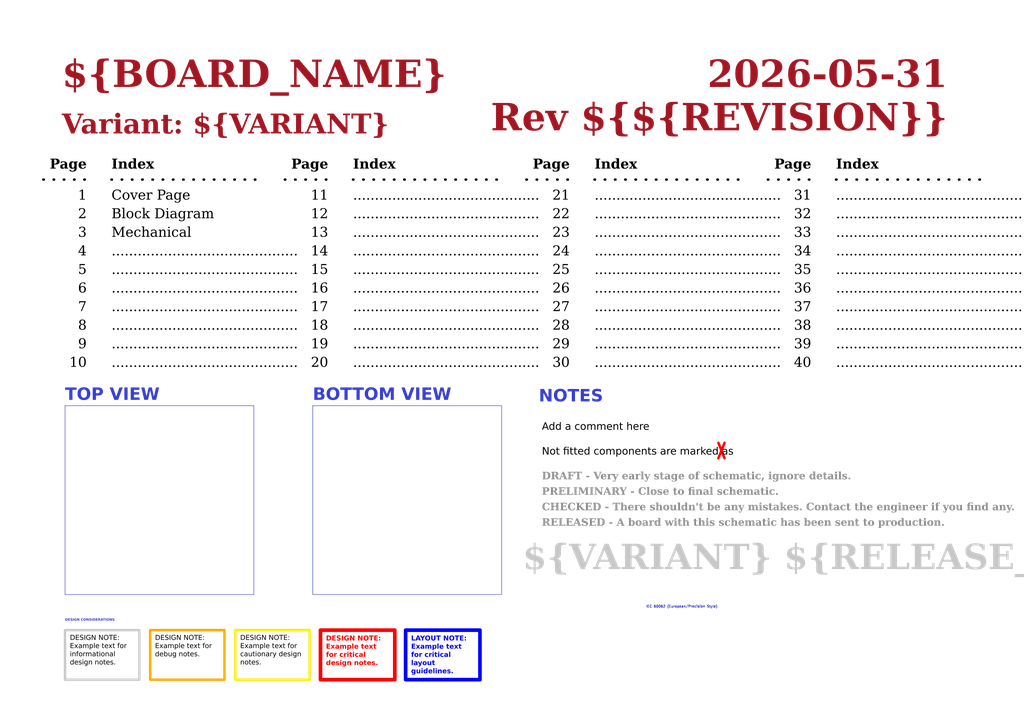
<source format=kicad_sch>
(kicad_sch
	(version 20250114)
	(generator "eeschema")
	(generator_version "9.0")
	(uuid "0650c7a8-acba-429c-9f8e-eec0baf0bc1c")
	(paper "A3")
	(title_block
		(title "Block Diagram")
		(date "Last Modified Date")
		(rev "${REVISION}")
		(company "${COMPANY}")
	)
	(lib_symbols)
	(text "9"
		(exclude_from_sim no)
		(at 35.56 144.78 0)
		(effects
			(font
				(face "Times New Roman")
				(size 4 4)
				(color 0 0 0 1)
			)
			(justify right bottom)
			(href "#9")
		)
		(uuid "0171ecc8-df6f-418e-95ea-db73cf975716")
	)
	(text "BOTTOM VIEW"
		(exclude_from_sim no)
		(at 128.27 166.37 0)
		(effects
			(font
				(face "Arial")
				(size 5 5)
				(bold yes)
				(color 53 60 207 1)
			)
			(justify left bottom)
		)
		(uuid "041ff709-0f5e-466e-adab-d03afffd90b7")
	)
	(text "..........................................."
		(exclude_from_sim no)
		(at 243.84 99.06 0)
		(effects
			(font
				(face "Times New Roman")
				(size 4 4)
				(color 0 0 0 1)
			)
			(justify left bottom)
			(href "#23")
		)
		(uuid "0647f622-b644-4538-802a-42edf8cdccc5")
	)
	(text "13"
		(exclude_from_sim no)
		(at 134.62 99.06 0)
		(effects
			(font
				(face "Times New Roman")
				(size 4 4)
				(color 0 0 0 1)
			)
			(justify right bottom)
			(href "#13")
		)
		(uuid "09a9f005-609a-4854-9ba5-f5a5e7b8d7c7")
	)
	(text "RELEASED - A board with this schematic has been sent to production."
		(exclude_from_sim no)
		(at 222.25 217.17 0)
		(effects
			(font
				(face "Times New Roman")
				(size 3 3)
				(thickness 0.6)
				(bold yes)
				(color 140 140 140 1)
			)
			(justify left bottom)
		)
		(uuid "10cbc67f-d688-44d7-9e2b-bee41b99ad5c")
	)
	(text "IEC 60062 (European/Precision Style)"
		(exclude_from_sim no)
		(at 279.654 248.92 0)
		(effects
			(font
				(size 1 1)
			)
		)
		(uuid "188abd04-eb05-463d-a402-ef7d735226ff")
	)
	(text "Page"
		(exclude_from_sim no)
		(at 332.74 71.12 0)
		(effects
			(font
				(face "Times New Roman")
				(size 4 4)
				(bold yes)
				(color 0 0 0 1)
			)
			(justify right bottom)
		)
		(uuid "1b60c0cc-bf04-4615-8796-1ecc890b346a")
	)
	(text "TOP VIEW"
		(exclude_from_sim no)
		(at 26.67 166.37 0)
		(effects
			(font
				(face "Arial")
				(size 5 5)
				(bold yes)
				(color 53 60 207 1)
			)
			(justify left bottom)
		)
		(uuid "1c033b5c-f50d-4e0f-94c4-59e72fb244de")
	)
	(text "3"
		(exclude_from_sim no)
		(at 35.56 99.06 0)
		(effects
			(font
				(face "Times New Roman")
				(size 4 4)
				(color 0 0 0 1)
			)
			(justify right bottom)
			(href "#3")
		)
		(uuid "1dd16a1b-b3b8-42a1-b678-3a7b261e7284")
	)
	(text "38"
		(exclude_from_sim no)
		(at 332.74 137.16 0)
		(effects
			(font
				(face "Times New Roman")
				(size 4 4)
				(color 0 0 0 1)
			)
			(justify right bottom)
			(href "#38")
		)
		(uuid "2d20025d-61e4-451d-b51e-153fedc44d68")
	)
	(text "..........................................."
		(exclude_from_sim no)
		(at 45.72 152.4 0)
		(effects
			(font
				(face "Times New Roman")
				(size 4 4)
				(color 0 0 0 1)
			)
			(justify left bottom)
			(href "#10")
		)
		(uuid "2df49b6e-980f-4a01-ab23-c61ed27bd1b8")
	)
	(text "..........................................."
		(exclude_from_sim no)
		(at 45.72 144.78 0)
		(effects
			(font
				(face "Times New Roman")
				(size 4 4)
				(color 0 0 0 1)
			)
			(justify left bottom)
			(href "#9")
		)
		(uuid "319dfe95-cf7d-4b95-aa65-2f948d7bd6bc")
	)
	(text "..........................................."
		(exclude_from_sim no)
		(at 45.72 137.16 0)
		(effects
			(font
				(face "Times New Roman")
				(size 4 4)
				(color 0 0 0 1)
			)
			(justify left bottom)
			(href "#8")
		)
		(uuid "339f13bd-0896-43a1-925e-733e36e395bd")
	)
	(text "..........................................."
		(exclude_from_sim no)
		(at 144.78 121.92 0)
		(effects
			(font
				(face "Times New Roman")
				(size 4 4)
				(color 0 0 0 1)
			)
			(justify left bottom)
			(href "#16")
		)
		(uuid "34c28277-d6a5-4104-8740-b78485a8ff4c")
	)
	(text "1"
		(exclude_from_sim no)
		(at 35.56 83.82 0)
		(effects
			(font
				(face "Times New Roman")
				(size 4 4)
				(color 0 0 0 1)
			)
			(justify right bottom)
			(href "#1")
		)
		(uuid "3691ab49-6c05-4886-869a-12221f52fdee")
	)
	(text "Not fitted components are marked as"
		(exclude_from_sim no)
		(at 222.25 187.96 0)
		(effects
			(font
				(face "Arial")
				(size 3 3)
				(color 0 0 0 1)
			)
			(justify left bottom)
		)
		(uuid "3e121d9b-11e9-4895-9779-ade93d5b2a88")
	)
	(text "..........................................."
		(exclude_from_sim no)
		(at 243.84 152.4 0)
		(effects
			(font
				(face "Times New Roman")
				(size 4 4)
				(color 0 0 0 1)
			)
			(justify left bottom)
			(href "#30")
		)
		(uuid "41bb0f90-1135-4d50-9d44-9fb04444ecf6")
	)
	(text "Index"
		(exclude_from_sim no)
		(at 45.72 71.12 0)
		(effects
			(font
				(face "Times New Roman")
				(size 4 4)
				(bold yes)
				(color 0 0 0 1)
			)
			(justify left bottom)
		)
		(uuid "44841f0e-187c-41b9-a570-9f74973319c9")
	)
	(text "..........................................."
		(exclude_from_sim no)
		(at 144.78 99.06 0)
		(effects
			(font
				(face "Times New Roman")
				(size 4 4)
				(color 0 0 0 1)
			)
			(justify left bottom)
			(href "#13")
		)
		(uuid "461ef4aa-5f24-4935-a427-92bbc78a05f3")
	)
	(text "Index"
		(exclude_from_sim no)
		(at 144.78 71.12 0)
		(effects
			(font
				(face "Times New Roman")
				(size 4 4)
				(bold yes)
				(color 0 0 0 1)
			)
			(justify left bottom)
		)
		(uuid "4773b195-e777-483d-bd5a-5b18be14b485")
	)
	(text "27"
		(exclude_from_sim no)
		(at 233.68 129.54 0)
		(effects
			(font
				(face "Times New Roman")
				(size 4 4)
				(color 0 0 0 1)
			)
			(justify right bottom)
			(href "#27")
		)
		(uuid "47e5ef3a-a936-4417-8e04-a70df1a04676")
	)
	(text "15"
		(exclude_from_sim no)
		(at 134.62 114.3 0)
		(effects
			(font
				(face "Times New Roman")
				(size 4 4)
				(color 0 0 0 1)
			)
			(justify right bottom)
			(href "#15")
		)
		(uuid "48cae9b2-9935-4ee2-a962-685c04325434")
	)
	(text "6"
		(exclude_from_sim no)
		(at 35.56 121.92 0)
		(effects
			(font
				(face "Times New Roman")
				(size 4 4)
				(color 0 0 0 1)
			)
			(justify right bottom)
			(href "#6")
		)
		(uuid "4aa9b67c-c657-48d1-abb0-497faf20008a")
	)
	(text "PRELIMINARY - Close to final schematic."
		(exclude_from_sim no)
		(at 222.25 204.47 0)
		(effects
			(font
				(face "Times New Roman")
				(size 3 3)
				(thickness 0.6)
				(bold yes)
				(color 140 140 140 1)
			)
			(justify left bottom)
		)
		(uuid "4b75d6be-e2b4-4862-a5fd-f3239bff6734")
	)
	(text "24"
		(exclude_from_sim no)
		(at 233.68 106.68 0)
		(effects
			(font
				(face "Times New Roman")
				(size 4 4)
				(color 0 0 0 1)
			)
			(justify right bottom)
			(href "#24")
		)
		(uuid "4d10b8f7-ee9d-4539-987e-2871a213b2d6")
	)
	(text "${VARIANT} ${RELEASE_DATE}"
		(exclude_from_sim no)
		(at 214.376 237.998 0)
		(effects
			(font
				(face "Times New Roman")
				(size 10.16 10.16)
				(thickness 0.6)
				(bold yes)
				(color 200 200 200 1)
			)
			(justify left bottom)
		)
		(uuid "4f144e11-d681-45f3-b92d-dea6c28023e4")
	)
	(text "Page"
		(exclude_from_sim no)
		(at 35.56 71.12 0)
		(effects
			(font
				(face "Times New Roman")
				(size 4 4)
				(bold yes)
				(color 0 0 0 1)
			)
			(justify right bottom)
		)
		(uuid "5216de6a-28ab-4e49-a422-9fd32d8fed67")
	)
	(text "..........................................."
		(exclude_from_sim no)
		(at 45.72 106.68 0)
		(effects
			(font
				(face "Times New Roman")
				(size 4 4)
				(color 0 0 0 1)
			)
			(justify left bottom)
			(href "#4")
		)
		(uuid "547bb3ec-bec4-4b68-a38e-2ac56be29bd3")
	)
	(text "..........................................."
		(exclude_from_sim no)
		(at 243.84 129.54 0)
		(effects
			(font
				(face "Times New Roman")
				(size 4 4)
				(color 0 0 0 1)
			)
			(justify left bottom)
			(href "#27")
		)
		(uuid "598c6218-39d7-40a8-878a-842531c6a754")
	)
	(text "8"
		(exclude_from_sim no)
		(at 35.56 137.16 0)
		(effects
			(font
				(face "Times New Roman")
				(size 4 4)
				(color 0 0 0 1)
			)
			(justify right bottom)
			(href "#8")
		)
		(uuid "5dd35c87-2aeb-4c16-ab79-fbda71c4347a")
	)
	(text "14"
		(exclude_from_sim no)
		(at 134.62 106.68 0)
		(effects
			(font
				(face "Times New Roman")
				(size 4 4)
				(color 0 0 0 1)
			)
			(justify right bottom)
			(href "#14")
		)
		(uuid "5e529423-56be-4ad0-9794-38b960fa0634")
	)
	(text "..........................................."
		(exclude_from_sim no)
		(at 342.9 137.16 0)
		(effects
			(font
				(face "Times New Roman")
				(size 4 4)
				(color 0 0 0 1)
			)
			(justify left bottom)
			(href "#38")
		)
		(uuid "5ec61f31-3c66-4623-97e5-d26d3b9bb1be")
	)
	(text "..........................................."
		(exclude_from_sim no)
		(at 342.9 152.4 0)
		(effects
			(font
				(face "Times New Roman")
				(size 4 4)
				(color 0 0 0 1)
			)
			(justify left bottom)
			(href "#40")
		)
		(uuid "65f25bf1-cc7d-4807-9afa-0a0ac612f9b3")
	)
	(text "23"
		(exclude_from_sim no)
		(at 233.68 99.06 0)
		(effects
			(font
				(face "Times New Roman")
				(size 4 4)
				(color 0 0 0 1)
			)
			(justify right bottom)
			(href "#23")
		)
		(uuid "68aaa364-f788-45fb-b731-7b1eda7a6c6c")
	)
	(text "Index"
		(exclude_from_sim no)
		(at 243.84 71.12 0)
		(effects
			(font
				(face "Times New Roman")
				(size 4 4)
				(bold yes)
				(color 0 0 0 1)
			)
			(justify left bottom)
		)
		(uuid "6eee427d-5608-4f64-99d8-6d8e4391a6b0")
	)
	(text "..........................................."
		(exclude_from_sim no)
		(at 342.9 91.44 0)
		(effects
			(font
				(face "Times New Roman")
				(size 4 4)
				(color 0 0 0 1)
			)
			(justify left bottom)
			(href "#32")
		)
		(uuid "71058a62-023a-4e0a-b0c4-c0fb8bf95cc8")
	)
	(text "5"
		(exclude_from_sim no)
		(at 35.56 114.3 0)
		(effects
			(font
				(face "Times New Roman")
				(size 4 4)
				(color 0 0 0 1)
			)
			(justify right bottom)
			(href "#5")
		)
		(uuid "718e4830-a352-43f0-b9c5-1495032b5970")
	)
	(text "${CURRENT_DATE}"
		(exclude_from_sim no)
		(at 388.62 40.64 0)
		(effects
			(font
				(face "Times New Roman")
				(size 11 11)
				(thickness 1)
				(bold yes)
				(color 162 22 34 1)
			)
			(justify right bottom)
		)
		(uuid "752b8016-2b6c-433a-9e5a-755eac1f800d")
	)
	(text "26"
		(exclude_from_sim no)
		(at 233.68 121.92 0)
		(effects
			(font
				(face "Times New Roman")
				(size 4 4)
				(color 0 0 0 1)
			)
			(justify right bottom)
			(href "#26")
		)
		(uuid "78da4ba2-8c96-4e51-9a03-b14367dceea0")
	)
	(text "16"
		(exclude_from_sim no)
		(at 134.62 121.92 0)
		(effects
			(font
				(face "Times New Roman")
				(size 4 4)
				(color 0 0 0 1)
			)
			(justify right bottom)
			(href "#16")
		)
		(uuid "7a577aea-9c53-4431-8f38-6cd521e907d0")
	)
	(text "10"
		(exclude_from_sim no)
		(at 35.56 152.4 0)
		(effects
			(font
				(face "Times New Roman")
				(size 4 4)
				(color 0 0 0 1)
			)
			(justify right bottom)
			(href "#10")
		)
		(uuid "7caa34f0-df91-4ed4-bb8e-ff81315f8c93")
	)
	(text "35"
		(exclude_from_sim no)
		(at 332.74 114.3 0)
		(effects
			(font
				(face "Times New Roman")
				(size 4 4)
				(color 0 0 0 1)
			)
			(justify right bottom)
			(href "#35")
		)
		(uuid "7d4a16f6-fc91-424a-bffd-707dc25afa40")
	)
	(text "18"
		(exclude_from_sim no)
		(at 134.62 137.16 0)
		(effects
			(font
				(face "Times New Roman")
				(size 4 4)
				(color 0 0 0 1)
			)
			(justify right bottom)
			(href "#18")
		)
		(uuid "7d4de17d-b484-45d2-95af-1050fc297950")
	)
	(text "33"
		(exclude_from_sim no)
		(at 332.74 99.06 0)
		(effects
			(font
				(face "Times New Roman")
				(size 4 4)
				(color 0 0 0 1)
			)
			(justify right bottom)
			(href "#33")
		)
		(uuid "7fd97343-03c5-4f22-a59e-bc2d9fd9af23")
	)
	(text "Variant: ${VARIANT}"
		(exclude_from_sim no)
		(at 25.4 58.42 0)
		(effects
			(font
				(face "Times New Roman")
				(size 8 8)
				(thickness 1)
				(bold yes)
				(color 162 22 34 1)
			)
			(justify left bottom)
		)
		(uuid "832c6231-94ea-4718-8f70-96006b71efdf")
	)
	(text "4"
		(exclude_from_sim no)
		(at 35.56 106.68 0)
		(effects
			(font
				(face "Times New Roman")
				(size 4 4)
				(color 0 0 0 1)
			)
			(justify right bottom)
			(href "#4")
		)
		(uuid "8d802a1e-8c90-4592-9cec-00ce1173b8bd")
	)
	(text "11"
		(exclude_from_sim no)
		(at 134.62 83.82 0)
		(effects
			(font
				(face "Times New Roman")
				(size 4 4)
				(color 0 0 0 1)
			)
			(justify right bottom)
			(href "#11")
		)
		(uuid "8d827c06-285c-46bc-8024-d46f4098d9e5")
	)
	(text "Rev ${REVISION}"
		(exclude_from_sim no)
		(at 388.62 58.42 0)
		(effects
			(font
				(face "Times New Roman")
				(size 11 11)
				(thickness 1)
				(bold yes)
				(color 162 22 34 1)
			)
			(justify right bottom)
		)
		(uuid "9008c96f-82fa-4b3f-88a3-9ae35f59090b")
	)
	(text "..........................................."
		(exclude_from_sim no)
		(at 243.84 106.68 0)
		(effects
			(font
				(face "Times New Roman")
				(size 4 4)
				(color 0 0 0 1)
			)
			(justify left bottom)
			(href "#24")
		)
		(uuid "91ef4a1a-faaf-4d16-b090-6e6451092c3a")
	)
	(text "28"
		(exclude_from_sim no)
		(at 233.68 137.16 0)
		(effects
			(font
				(face "Times New Roman")
				(size 4 4)
				(color 0 0 0 1)
			)
			(justify right bottom)
			(href "#28")
		)
		(uuid "9310b062-10e2-49af-a22c-1c9854a7f3f0")
	)
	(text "..........................................."
		(exclude_from_sim no)
		(at 243.84 144.78 0)
		(effects
			(font
				(face "Times New Roman")
				(size 4 4)
				(color 0 0 0 1)
			)
			(justify left bottom)
			(href "#29")
		)
		(uuid "93713c73-3aba-4b0b-9f3c-b37ab3721f94")
	)
	(text "..........................................."
		(exclude_from_sim no)
		(at 243.84 91.44 0)
		(effects
			(font
				(face "Times New Roman")
				(size 4 4)
				(color 0 0 0 1)
			)
			(justify left bottom)
			(href "#22")
		)
		(uuid "93b242cb-0b6a-48cc-a920-659ba5a2d4b9")
	)
	(text "..........................................."
		(exclude_from_sim no)
		(at 342.9 144.78 0)
		(effects
			(font
				(face "Times New Roman")
				(size 4 4)
				(color 0 0 0 1)
			)
			(justify left bottom)
			(href "#39")
		)
		(uuid "9413d17b-fd74-4a56-8014-ec2904184d8a")
	)
	(text "..........................................."
		(exclude_from_sim no)
		(at 45.72 114.3 0)
		(effects
			(font
				(face "Times New Roman")
				(size 4 4)
				(color 0 0 0 1)
			)
			(justify left bottom)
			(href "#5")
		)
		(uuid "9413d28a-c2b4-4d73-ae2d-68b4717d1b67")
	)
	(text "Page"
		(exclude_from_sim no)
		(at 233.68 71.12 0)
		(effects
			(font
				(face "Times New Roman")
				(size 4 4)
				(bold yes)
				(color 0 0 0 1)
			)
			(justify right bottom)
		)
		(uuid "959ea2a5-595d-4c64-a44e-f0c1c6497852")
	)
	(text "..........................................."
		(exclude_from_sim no)
		(at 144.78 144.78 0)
		(effects
			(font
				(face "Times New Roman")
				(size 4 4)
				(color 0 0 0 1)
			)
			(justify left bottom)
			(href "#19")
		)
		(uuid "9d747571-2a3a-41dd-b7ab-0c07afaa5df1")
	)
	(text "..........................................."
		(exclude_from_sim no)
		(at 144.78 83.82 0)
		(effects
			(font
				(face "Times New Roman")
				(size 4 4)
				(color 0 0 0 1)
			)
			(justify left bottom)
			(href "#11")
		)
		(uuid "9e3e9ac8-468f-4f09-9650-682992859fd0")
	)
	(text "..........................................."
		(exclude_from_sim no)
		(at 144.78 129.54 0)
		(effects
			(font
				(face "Times New Roman")
				(size 4 4)
				(color 0 0 0 1)
			)
			(justify left bottom)
			(href "#17")
		)
		(uuid "a2bb1bed-8e4e-4038-8b4e-99f9457f4c30")
	)
	(text "31"
		(exclude_from_sim no)
		(at 332.74 83.82 0)
		(effects
			(font
				(face "Times New Roman")
				(size 4 4)
				(color 0 0 0 1)
			)
			(justify right bottom)
			(href "#31")
		)
		(uuid "a8eb70a2-f43e-480c-afdf-7e91507527a7")
	)
	(text "36"
		(exclude_from_sim no)
		(at 332.74 121.92 0)
		(effects
			(font
				(face "Times New Roman")
				(size 4 4)
				(color 0 0 0 1)
			)
			(justify right bottom)
			(href "#36")
		)
		(uuid "a95a57c3-0ec4-4b96-8edf-d46ee18a4a8e")
	)
	(text "..........................................."
		(exclude_from_sim no)
		(at 243.84 137.16 0)
		(effects
			(font
				(face "Times New Roman")
				(size 4 4)
				(color 0 0 0 1)
			)
			(justify left bottom)
			(href "#28")
		)
		(uuid "ad40278e-f3e6-4c25-8fa4-1f4e3918f822")
	)
	(text "22"
		(exclude_from_sim no)
		(at 233.68 91.44 0)
		(effects
			(font
				(face "Times New Roman")
				(size 4 4)
				(color 0 0 0 1)
			)
			(justify right bottom)
			(href "#22")
		)
		(uuid "ada746a9-1ac8-4ba5-b1f0-e040d6c0fa14")
	)
	(text "..........................................."
		(exclude_from_sim no)
		(at 144.78 114.3 0)
		(effects
			(font
				(face "Times New Roman")
				(size 4 4)
				(color 0 0 0 1)
			)
			(justify left bottom)
			(href "#15")
		)
		(uuid "ae6c0242-f9a8-4717-86dd-2d27e5dc9018")
	)
	(text "..........................................."
		(exclude_from_sim no)
		(at 342.9 83.82 0)
		(effects
			(font
				(face "Times New Roman")
				(size 4 4)
				(color 0 0 0 1)
			)
			(justify left bottom)
			(href "#31")
		)
		(uuid "b39085c9-1ebe-4dab-a6c1-54ab08707fbf")
	)
	(text "25"
		(exclude_from_sim no)
		(at 233.68 114.3 0)
		(effects
			(font
				(face "Times New Roman")
				(size 4 4)
				(color 0 0 0 1)
			)
			(justify right bottom)
			(href "#25")
		)
		(uuid "b3f10ccd-dd30-4e1a-9a39-191e590211cc")
	)
	(text "${BOARD_NAME}"
		(exclude_from_sim no)
		(at 25.4 40.64 0)
		(effects
			(font
				(face "Times New Roman")
				(size 11 11)
				(thickness 1)
				(bold yes)
				(color 162 22 34 1)
			)
			(justify left bottom)
		)
		(uuid "b5491481-138f-4748-8f60-dc51e3284b98")
	)
	(text "..........................................."
		(exclude_from_sim no)
		(at 243.84 121.92 0)
		(effects
			(font
				(face "Times New Roman")
				(size 4 4)
				(color 0 0 0 1)
			)
			(justify left bottom)
			(href "#26")
		)
		(uuid "b55022f1-bde3-45d1-ab63-474a18aef763")
	)
	(text "..........................................."
		(exclude_from_sim no)
		(at 342.9 106.68 0)
		(effects
			(font
				(face "Times New Roman")
				(size 4 4)
				(color 0 0 0 1)
			)
			(justify left bottom)
			(href "#34")
		)
		(uuid "b5c8bc07-6a7e-4ec3-955b-9e6a13622c4e")
	)
	(text "37"
		(exclude_from_sim no)
		(at 332.74 129.54 0)
		(effects
			(font
				(face "Times New Roman")
				(size 4 4)
				(color 0 0 0 1)
			)
			(justify right bottom)
			(href "#37")
		)
		(uuid "baff535e-40df-4979-8ad1-9d6e8282e1a0")
	)
	(text "Page"
		(exclude_from_sim no)
		(at 134.62 71.12 0)
		(effects
			(font
				(face "Times New Roman")
				(size 4 4)
				(bold yes)
				(color 0 0 0 1)
			)
			(justify right bottom)
		)
		(uuid "beb5ee3d-ad62-4c0c-ab18-390f8e3c78c4")
	)
	(text "DRAFT - Very early stage of schematic, ignore details."
		(exclude_from_sim no)
		(at 222.25 198.12 0)
		(effects
			(font
				(face "Times New Roman")
				(size 3 3)
				(thickness 0.6)
				(bold yes)
				(color 140 140 140 1)
			)
			(justify left bottom)
		)
		(uuid "c1828499-d221-4dc2-9c7b-c9d850654d5e")
	)
	(text "..........................................."
		(exclude_from_sim no)
		(at 144.78 106.68 0)
		(effects
			(font
				(face "Times New Roman")
				(size 4 4)
				(color 0 0 0 1)
			)
			(justify left bottom)
			(href "#14")
		)
		(uuid "c492727f-a5a2-4efb-9f13-b55fb4c5125a")
	)
	(text "Index"
		(exclude_from_sim no)
		(at 342.9 71.12 0)
		(effects
			(font
				(face "Times New Roman")
				(size 4 4)
				(bold yes)
				(color 0 0 0 1)
			)
			(justify left bottom)
		)
		(uuid "c52bc9e5-2c42-41e6-ae08-fabef868928a")
	)
	(text "..........................................."
		(exclude_from_sim no)
		(at 45.72 121.92 0)
		(effects
			(font
				(face "Times New Roman")
				(size 4 4)
				(color 0 0 0 1)
			)
			(justify left bottom)
			(href "#6")
		)
		(uuid "c787ff5d-5d58-4a12-8967-dc99673505b9")
	)
	(text "..........................................."
		(exclude_from_sim no)
		(at 342.9 121.92 0)
		(effects
			(font
				(face "Times New Roman")
				(size 4 4)
				(color 0 0 0 1)
			)
			(justify left bottom)
			(href "#36")
		)
		(uuid "c8a13f8e-6347-4971-97e9-3bbacc8fb0b5")
	)
	(text "..........................................."
		(exclude_from_sim no)
		(at 342.9 114.3 0)
		(effects
			(font
				(face "Times New Roman")
				(size 4 4)
				(color 0 0 0 1)
			)
			(justify left bottom)
			(href "#35")
		)
		(uuid "c932f64b-e011-46ca-8efc-bb2f186e8b13")
	)
	(text "Block Diagram"
		(exclude_from_sim no)
		(at 45.72 91.44 0)
		(effects
			(font
				(face "Times New Roman")
				(size 4 4)
				(color 0 0 0 1)
			)
			(justify left bottom)
			(href "#2")
		)
		(uuid "caeb7f52-f34e-4432-b129-9207069a1ad5")
	)
	(text "19"
		(exclude_from_sim no)
		(at 134.62 144.78 0)
		(effects
			(font
				(face "Times New Roman")
				(size 4 4)
				(color 0 0 0 1)
			)
			(justify right bottom)
			(href "#19")
		)
		(uuid "cbf7eaea-8009-4ccd-9079-9d687b9a3603")
	)
	(text "30"
		(exclude_from_sim no)
		(at 233.68 152.4 0)
		(effects
			(font
				(face "Times New Roman")
				(size 4 4)
				(color 0 0 0 1)
			)
			(justify right bottom)
			(href "#30")
		)
		(uuid "cea38a57-40f7-465f-b054-ff626e3218d0")
	)
	(text "7"
		(exclude_from_sim no)
		(at 35.56 129.54 0)
		(effects
			(font
				(face "Times New Roman")
				(size 4 4)
				(color 0 0 0 1)
			)
			(justify right bottom)
			(href "#7")
		)
		(uuid "cf9779c0-4a62-4a6f-9127-07f6919e9e8d")
	)
	(text "..........................................."
		(exclude_from_sim no)
		(at 243.84 114.3 0)
		(effects
			(font
				(face "Times New Roman")
				(size 4 4)
				(color 0 0 0 1)
			)
			(justify left bottom)
			(href "#25")
		)
		(uuid "d06fb69a-43a5-466c-8174-3edde239a7c0")
	)
	(text "12"
		(exclude_from_sim no)
		(at 134.62 91.44 0)
		(effects
			(font
				(face "Times New Roman")
				(size 4 4)
				(color 0 0 0 1)
			)
			(justify right bottom)
			(href "#12")
		)
		(uuid "d450aa41-7115-44ab-9cc7-2fa118545b00")
	)
	(text "21"
		(exclude_from_sim no)
		(at 233.68 83.82 0)
		(effects
			(font
				(face "Times New Roman")
				(size 4 4)
				(color 0 0 0 1)
			)
			(justify right bottom)
			(href "#21")
		)
		(uuid "d7ac5948-93ba-4038-95c3-cb73c27df74a")
	)
	(text "Add a comment here"
		(exclude_from_sim no)
		(at 222.25 177.8 0)
		(effects
			(font
				(face "Arial")
				(size 3 3)
				(color 0 0 0 1)
			)
			(justify left bottom)
		)
		(uuid "d8d8425a-4141-4ddb-8e75-262db2d23ce8")
	)
	(text "2"
		(exclude_from_sim no)
		(at 35.56 91.44 0)
		(effects
			(font
				(face "Times New Roman")
				(size 4 4)
				(color 0 0 0 1)
			)
			(justify right bottom)
			(href "#2")
		)
		(uuid "dca5e168-6a76-4eb2-b335-e6c030ded824")
	)
	(text "39"
		(exclude_from_sim no)
		(at 332.74 144.78 0)
		(effects
			(font
				(face "Times New Roman")
				(size 4 4)
				(color 0 0 0 1)
			)
			(justify right bottom)
			(href "#39")
		)
		(uuid "e216870b-45fe-49b3-8e55-d9668eb9df44")
	)
	(text "..........................................."
		(exclude_from_sim no)
		(at 144.78 137.16 0)
		(effects
			(font
				(face "Times New Roman")
				(size 4 4)
				(color 0 0 0 1)
			)
			(justify left bottom)
			(href "#18")
		)
		(uuid "e518f3ad-92c7-4755-8883-22916bfc7d1f")
	)
	(text "..........................................."
		(exclude_from_sim no)
		(at 342.9 99.06 0)
		(effects
			(font
				(face "Times New Roman")
				(size 4 4)
				(color 0 0 0 1)
			)
			(justify left bottom)
			(href "#33")
		)
		(uuid "e5564811-ffd2-4bd9-9644-ff1dc80ebf87")
	)
	(text "..........................................."
		(exclude_from_sim no)
		(at 144.78 152.4 0)
		(effects
			(font
				(face "Times New Roman")
				(size 4 4)
				(color 0 0 0 1)
			)
			(justify left bottom)
			(href "#20")
		)
		(uuid "e58de9a8-7551-4002-91cc-eb758bb6876c")
	)
	(text "34"
		(exclude_from_sim no)
		(at 332.74 106.68 0)
		(effects
			(font
				(face "Times New Roman")
				(size 4 4)
				(color 0 0 0 1)
			)
			(justify right bottom)
			(href "#34")
		)
		(uuid "e60ef77b-a7db-4a46-901f-5793e4acc58b")
	)
	(text "29"
		(exclude_from_sim no)
		(at 233.68 144.78 0)
		(effects
			(font
				(face "Times New Roman")
				(size 4 4)
				(color 0 0 0 1)
			)
			(justify right bottom)
			(href "#29")
		)
		(uuid "e83f0c3e-ac1d-4432-a8de-ba5a2be8aa4a")
	)
	(text "Cover Page"
		(exclude_from_sim no)
		(at 45.72 83.82 0)
		(effects
			(font
				(face "Times New Roman")
				(size 4 4)
				(color 0 0 0 1)
			)
			(justify left bottom)
			(href "#1")
		)
		(uuid "e9964413-67ff-4f53-b58c-608277db6779")
	)
	(text "NOTES"
		(exclude_from_sim no)
		(at 220.98 167.005 0)
		(effects
			(font
				(face "Arial")
				(size 5 5)
				(bold yes)
				(color 53 60 207 1)
			)
			(justify left bottom)
		)
		(uuid "ecd14d51-7267-460d-9460-6bae137b0c37")
	)
	(text "..........................................."
		(exclude_from_sim no)
		(at 144.78 91.44 0)
		(effects
			(font
				(face "Times New Roman")
				(size 4 4)
				(color 0 0 0 1)
			)
			(justify left bottom)
			(href "#12")
		)
		(uuid "ecd5e3bc-c1c8-4595-a242-64b07df33fd4")
	)
	(text "Mechanical"
		(exclude_from_sim no)
		(at 45.72 99.06 0)
		(effects
			(font
				(face "Times New Roman")
				(size 4 4)
				(color 0 0 0 1)
			)
			(justify left bottom)
			(href "#3")
		)
		(uuid "ed9f4e44-7881-47b3-83af-17eb3de0e161")
	)
	(text "CHECKED - There shouldn't be any mistakes. Contact the engineer if you find any."
		(exclude_from_sim no)
		(at 222.25 210.82 0)
		(effects
			(font
				(face "Times New Roman")
				(size 3 3)
				(thickness 0.6)
				(bold yes)
				(color 140 140 140 1)
			)
			(justify left bottom)
		)
		(uuid "ee4bfbd2-ceac-40c9-847b-b15b18b07c08")
	)
	(text "..........................................."
		(exclude_from_sim no)
		(at 243.84 83.82 0)
		(effects
			(font
				(face "Times New Roman")
				(size 4 4)
				(color 0 0 0 1)
			)
			(justify left bottom)
			(href "#21")
		)
		(uuid "f14c049f-0636-49aa-a70f-0262bf1a57bc")
	)
	(text "20"
		(exclude_from_sim no)
		(at 134.62 152.4 0)
		(effects
			(font
				(face "Times New Roman")
				(size 4 4)
				(color 0 0 0 1)
			)
			(justify right bottom)
			(href "#20")
		)
		(uuid "f17fa600-4ea0-4482-a965-d781b27fd052")
	)
	(text "32"
		(exclude_from_sim no)
		(at 332.74 91.44 0)
		(effects
			(font
				(face "Times New Roman")
				(size 4 4)
				(color 0 0 0 1)
			)
			(justify right bottom)
			(href "#32")
		)
		(uuid "f7f416e4-86a9-4d8f-ac0d-80443c165632")
	)
	(text "..........................................."
		(exclude_from_sim no)
		(at 342.9 129.54 0)
		(effects
			(font
				(face "Times New Roman")
				(size 4 4)
				(color 0 0 0 1)
			)
			(justify left bottom)
			(href "#37")
		)
		(uuid "f8fd86d8-ca92-4fd2-9536-487e6832d844")
	)
	(text "DESIGN CONSIDERATIONS"
		(exclude_from_sim no)
		(at 26.67 255.27 0)
		(effects
			(font
				(face "Arial")
				(size 1 1)
				(bold yes)
				(color 53 60 207 1)
			)
			(justify left bottom)
		)
		(uuid "fb09f930-25b6-4039-89ae-42d9d443b49d")
	)
	(text "40"
		(exclude_from_sim no)
		(at 332.74 152.4 0)
		(effects
			(font
				(face "Times New Roman")
				(size 4 4)
				(color 0 0 0 1)
			)
			(justify right bottom)
			(href "#40")
		)
		(uuid "fe1f4464-8466-41a3-95c1-bacdc38614fb")
	)
	(text "..........................................."
		(exclude_from_sim no)
		(at 45.72 129.54 0)
		(effects
			(font
				(face "Times New Roman")
				(size 4 4)
				(color 0 0 0 1)
			)
			(justify left bottom)
			(href "#7")
		)
		(uuid "ff95cd70-408a-4656-b808-dabd546affbd")
	)
	(text "17"
		(exclude_from_sim no)
		(at 134.62 129.54 0)
		(effects
			(font
				(face "Times New Roman")
				(size 4 4)
				(color 0 0 0 1)
			)
			(justify right bottom)
			(href "#17")
		)
		(uuid "ffcd9e5c-5c93-423a-9ccc-e0af67821852")
	)
	(text_box ""
		(exclude_from_sim no)
		(at 128.27 166.37 0)
		(size 77.47 77.47)
		(margins 1.905 1.905 1.905 1.905)
		(stroke
			(width 0)
			(type solid)
		)
		(fill
			(type none)
		)
		(effects
			(font
				(size 2 2)
				(thickness 0.508)
				(bold yes)
			)
		)
		(uuid "0c38d11f-bb11-46db-a91c-ebc0b30e95f5")
	)
	(text_box ""
		(exclude_from_sim no)
		(at 26.67 166.37 0)
		(size 77.47 77.47)
		(margins 1.905 1.905 1.905 1.905)
		(stroke
			(width 0)
			(type solid)
		)
		(fill
			(type none)
		)
		(effects
			(font
				(size 2 2)
				(thickness 0.508)
				(bold yes)
			)
		)
		(uuid "2d015f2a-bc39-4866-bbd9-40b03d497a26")
	)
	(text_box "Metadata can be set in File → Schematic Setup → Project → Text Variables"
		(exclude_from_sim no)
		(at 8.89 300.99 0)
		(size 119.38 6.35)
		(margins 1.9049 1.9049 1.9049 1.9049)
		(stroke
			(width -0.0001)
			(type default)
		)
		(fill
			(type none)
		)
		(effects
			(font
				(size 1 1)
				(thickness 0.381)
				(bold yes)
				(color 0 0 0 1)
			)
			(justify right top)
		)
		(uuid "4d4fc8f9-28d9-4b33-b78d-b00f0a2b33ca")
	)
	(text_box "DESIGN NOTE:\nExample text for informational design notes."
		(exclude_from_sim no)
		(at 26.67 258.445 0)
		(size 30.48 20.32)
		(margins 2 2 2 2)
		(stroke
			(width 1)
			(type solid)
			(color 200 200 200 1)
		)
		(fill
			(type none)
		)
		(effects
			(font
				(face "Arial")
				(size 2 2)
				(color 0 0 0 1)
			)
			(justify left top)
		)
		(uuid "60b6a08c-a542-468e-b79f-aa4a2aa0e9e7")
	)
	(text_box "LAYOUT NOTE:\nExample text for critical layout guidelines."
		(exclude_from_sim no)
		(at 166.37 258.445 0)
		(size 30.48 20.32)
		(margins 2.25 2.25 2.25 2.25)
		(stroke
			(width 1.5)
			(type solid)
			(color 0 0 255 1)
		)
		(fill
			(type none)
		)
		(effects
			(font
				(face "Arial")
				(size 2 2)
				(thickness 0.4)
				(bold yes)
				(color 0 0 255 1)
			)
			(justify left top)
		)
		(uuid "b2648603-9b19-4c01-9621-49d92c5b8a6e")
	)
	(text_box "DESIGN NOTE:\nExample text for cautionary design notes."
		(exclude_from_sim no)
		(at 96.52 258.445 0)
		(size 30.48 20.32)
		(margins 2 2 2 2)
		(stroke
			(width 1)
			(type solid)
			(color 250 236 0 1)
		)
		(fill
			(type none)
		)
		(effects
			(font
				(face "Arial")
				(size 2 2)
				(color 0 0 0 1)
			)
			(justify left top)
		)
		(uuid "c7ec7f64-f5b0-4d3e-9743-7d40c3e23ecf")
	)
	(text_box "DESIGN NOTE:\nExample text for debug notes."
		(exclude_from_sim no)
		(at 61.595 258.445 0)
		(size 30.48 20.32)
		(margins 2 2 2 2)
		(stroke
			(width 1)
			(type solid)
			(color 255 165 0 1)
		)
		(fill
			(type none)
		)
		(effects
			(font
				(face "Arial")
				(size 2 2)
				(color 0 0 0 1)
			)
			(justify left top)
		)
		(uuid "c8bf2561-6ede-45f0-9b2e-12af2dfee13b")
	)
	(text_box "DESIGN NOTE:\nExample text for critical design notes."
		(exclude_from_sim no)
		(at 131.445 258.445 0)
		(size 30.48 20.32)
		(margins 2.25 2.25 2.25 2.25)
		(stroke
			(width 1.5)
			(type solid)
			(color 255 0 0 1)
		)
		(fill
			(type none)
		)
		(effects
			(font
				(face "Arial")
				(size 2 2)
				(thickness 0.4)
				(bold yes)
				(color 255 0 0 1)
			)
			(justify left top)
		)
		(uuid "d03e1008-e371-461f-a9f2-320d8a2b7341")
	)
	(polyline
		(pts
			(xy 215.9 73.66) (xy 233.68 73.66)
		)
		(stroke
			(width 1)
			(type dot)
			(color 0 0 0 1)
		)
		(uuid "024689d9-b8ca-41ae-b55d-6ff207f6e101")
	)
	(polyline
		(pts
			(xy 297.18 181.61) (xy 294.64 187.96)
		)
		(stroke
			(width 1)
			(type default)
			(color 255 0 0 1)
		)
		(uuid "4ae2cac4-7676-4a8d-91c4-c6c6f4585019")
	)
	(polyline
		(pts
			(xy 45.72 73.66) (xy 106.68 73.66)
		)
		(stroke
			(width 1)
			(type dot)
			(color 0 0 0 1)
		)
		(uuid "594379bc-c052-4d2e-996b-8b5c1a0857fd")
	)
	(polyline
		(pts
			(xy 342.9 73.66) (xy 403.86 73.66)
		)
		(stroke
			(width 1)
			(type dot)
			(color 0 0 0 1)
		)
		(uuid "8ca04e4f-914f-46ae-b7bb-c241f34f0be3")
	)
	(polyline
		(pts
			(xy 243.84 73.66) (xy 304.8 73.66)
		)
		(stroke
			(width 1)
			(type dot)
			(color 0 0 0 1)
		)
		(uuid "90aedf20-3619-4eea-9142-e5201cfa9329")
	)
	(polyline
		(pts
			(xy 116.84 73.66) (xy 134.62 73.66)
		)
		(stroke
			(width 1)
			(type dot)
			(color 0 0 0 1)
		)
		(uuid "aa27a991-1dd0-4ddb-a292-69ddc074d2fe")
	)
	(polyline
		(pts
			(xy 17.78 73.66) (xy 35.56 73.66)
		)
		(stroke
			(width 1)
			(type dot)
			(color 0 0 0 1)
		)
		(uuid "aefa0f5d-e237-48a6-8d0d-7925958d23a4")
	)
	(polyline
		(pts
			(xy 294.64 181.61) (xy 297.18 187.96)
		)
		(stroke
			(width 1)
			(type default)
			(color 255 0 0 1)
		)
		(uuid "b16ef1e7-4b58-4125-810d-81e7071984f8")
	)
	(polyline
		(pts
			(xy 144.78 73.66) (xy 205.74 73.66)
		)
		(stroke
			(width 1)
			(type dot)
			(color 0 0 0 1)
		)
		(uuid "d03f8f3f-5543-483d-a054-040e77e06c0e")
	)
	(polyline
		(pts
			(xy 314.96 73.66) (xy 332.74 73.66)
		)
		(stroke
			(width 1)
			(type dot)
			(color 0 0 0 1)
		)
		(uuid "f1ab5a98-3d21-4c83-b2d8-cfe1793d64cb")
	)
	(sheet
		(at 299.72 313.69)
		(size 35.56 5.08)
		(exclude_from_sim no)
		(in_bom yes)
		(on_board yes)
		(dnp no)
		(stroke
			(width 0.1524)
			(type solid)
		)
		(fill
			(color 0 0 0 0.0000)
		)
		(uuid "7cca5890-4870-4966-b834-702f0c8a4c5e")
		(property "Sheetname" "Mechanical"
			(at 299.72 312.6609 0)
			(effects
				(font
					(face "Times New Roman")
					(size 3 3)
					(bold yes)
					(color 0 0 0 1)
				)
				(justify left bottom)
			)
		)
		(property "Sheetfile" "mechanical.kicad_sch"
			(at 300.99 314.96 0)
			(effects
				(font
					(face "Arial")
					(size 1.27 1.27)
				)
				(justify left top)
			)
		)
		(instances
			(project "isi_kicad_template"
				(path "/0650c7a8-acba-429c-9f8e-eec0baf0bc1c"
					(page "3")
				)
			)
		)
	)
	(sheet
		(at 299.72 302.26)
		(size 35.56 5.08)
		(exclude_from_sim no)
		(in_bom yes)
		(on_board yes)
		(dnp no)
		(stroke
			(width 0.1524)
			(type solid)
		)
		(fill
			(color 0 0 0 0.0000)
		)
		(uuid "de68a101-7eef-4ba8-abb4-14d03adb087f")
		(property "Sheetname" "Block Diagram"
			(at 299.72 301.2309 0)
			(effects
				(font
					(face "Times New Roman")
					(size 3 3)
					(bold yes)
					(color 0 0 0 1)
				)
				(justify left bottom)
			)
		)
		(property "Sheetfile" "Block Diagram.kicad_sch"
			(at 300.99 303.53 0)
			(effects
				(font
					(face "Arial")
					(size 1.27 1.27)
				)
				(justify left top)
			)
		)
		(instances
			(project "isi_kicad_template"
				(path "/0650c7a8-acba-429c-9f8e-eec0baf0bc1c"
					(page "2")
				)
			)
		)
	)
	(sheet
		(at 299.72 325.12)
		(size 35.56 5.08)
		(exclude_from_sim no)
		(in_bom yes)
		(on_board yes)
		(dnp no)
		(stroke
			(width 0)
			(type solid)
		)
		(fill
			(color 0 0 0 0.0000)
		)
		(uuid "e7c91631-be85-488a-af7a-f2a810f3fbfe")
		(property "Sheetname" "Revision History"
			(at 299.72 323.85 0)
			(effects
				(font
					(face "Times New Roman")
					(size 3 3)
					(bold yes)
					(color 0 0 0 1)
				)
				(justify left bottom)
			)
		)
		(property "Sheetfile" "Revision History.kicad_sch"
			(at 300.355 326.39 0)
			(effects
				(font
					(face "Arial")
					(size 1.27 1.27)
				)
				(justify left top)
			)
		)
		(instances
			(project "isi_kicad_template"
				(path "/0650c7a8-acba-429c-9f8e-eec0baf0bc1c"
					(page "4")
				)
			)
		)
	)
	(sheet_instances
		(path "/"
			(page "1")
		)
	)
	(embedded_fonts no)
	(embedded_files
		(file
			(name "KDT_Template.kicad_wks")
			(type worksheet)
			(data |KLUv/WARG30fAPbibSHw1DxoQdkhu4SlLM7X87jHgvDoW2biSU7QYzvgGSgzOQ1hAGAAYwD0Owd7
				Wf2kqMckqKvvIebk7n1nPrtzNplXk9bXecNBEtM1eJy3WvQ5XcwirPNYzWvVx6Vc9hHu1X9AHZfV
				PyAw+e5ZxJjx83x3kGONN9XPgqX29c4lx6HqS48II4Jh9lQBlp2UBsntvQh3X2Iyf9TjENRYSqlF
				eIJ1EpgGnHMSx13j8Ema3EtQ59qvGsnep5lMhtZ5Vd/11tS/9sv9oSr1fYR7pl96Xfv02ieNeKhz
				9dN+B/FnihpXPznWfId9fPoBmI0ymXD16r6HuLO55Lo6qDAY6rUI9dRFuAlX2bx60DuXOYS9y2bW
				Vnthlp68TaJJKkZ4rF7MyjT7XjupEcxcs/RatL6hYDhQYv6OMWdCfdeYJOesn9n69OnzPe6wenHc
				mZ83gMC0hQJ22fp1G6TcHh/3cTooOTU+TfJtW2OCWRcbe/7wmBcEDKPwtAjCyiqG+RKbI+JdOk0C
				iSRIGvyQO5Gdvk7jPK2CYVjXYEXk4EbQWjeI1m0PboF1DG6yKfQmlzizbJhFyDgW4dP2aYqA7qgR
				JjMkIpKUFBQkywFQhMiIVVUdQmAQxkAggkA0gjAIFRkBEUgjMERABE0wAgoqyvOE9IyuIAgaMWpl
				NiWRUpR8oMDgg5aeR6zZDVzhlT7vYn8sWOLQfBJU/iQCW1XovolHGblzFRuXhMrK51dzkXU/+p/n
				V0zz9rYuG0PTge/eeD5vJflIY8MmThMqPYfAEh2ejGZz75fUFyUG1NnIgiFs4HgbYjkngoMvT+Bm
				Je0gA6oS2pci8BXd9VaabCb2t/AbzIBGk8csgAgcqKSSY5q4NZ0O6FJn1x1d8BFFgPaafiegVuZC
				DjMR3/KSwUdA2GkEBzW9R/taoYfIyPb3tB9ODCd7/zXkPzM4OKH8sQv2+m80japD9/0uzrVzH3Vs
				PyLcPRXaF4Cnkb25ZpdtGRbi0YRpzIhJyRB3VwtbbWkykM7SAC8J3C+iL2/DgKPCPRznmcMecvfc
				8zgXCwIxXXtrxA3vlyOzRjWGozY1fvQs5K739Rm36D9Gz5BEVz5Q0BN3yKAZtgOnlmMMmXyBElVy
				MN3dEgRMAQ4XMGJTWKxe3buvxa/aGOLsW931twNOG9MQPKVWKq4edH68ZMnicIsylm5T4il5G/He
				4A8XF8PHz/D/W/WKVCpeE3NqWLDCOKCM2/DbxfeUbT70YDBz6Flclfz/sO0StBNfl/SW84rwqnWE
				yE6vf1XeCzdAoyohYFmIEFdSdXuqbvKvgRUU4q+FWRTkg6AmVvECpy1PPuRcFTOp|
			)
			(checksum "845A56C585800FA79B7FD4E8CDFE3A25")
		)
	)
)

</source>
